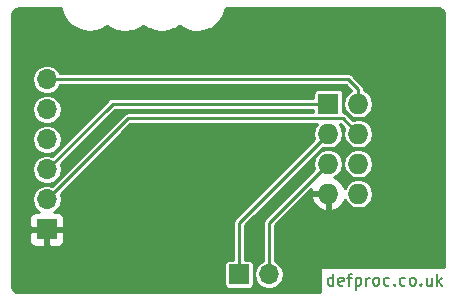
<source format=gbr>
G04 #@! TF.GenerationSoftware,KiCad,Pcbnew,5.0.2-bee76a0~70~ubuntu18.04.1*
G04 #@! TF.CreationDate,2019-08-02T17:52:02+01:00*
G04 #@! TF.ProjectId,UART_plain,55415254-5f70-46c6-9169-6e2e6b696361,rev?*
G04 #@! TF.SameCoordinates,Original*
G04 #@! TF.FileFunction,Copper,L1,Top*
G04 #@! TF.FilePolarity,Positive*
%FSLAX46Y46*%
G04 Gerber Fmt 4.6, Leading zero omitted, Abs format (unit mm)*
G04 Created by KiCad (PCBNEW 5.0.2-bee76a0~70~ubuntu18.04.1) date Fri 02 Aug 2019 17:52:02 BST*
%MOMM*%
%LPD*%
G01*
G04 APERTURE LIST*
G04 #@! TA.AperFunction,NonConductor*
%ADD10C,0.200000*%
G04 #@! TD*
G04 #@! TA.AperFunction,ComponentPad*
%ADD11R,1.727200X1.727200*%
G04 #@! TD*
G04 #@! TA.AperFunction,ComponentPad*
%ADD12O,1.727200X1.727200*%
G04 #@! TD*
G04 #@! TA.AperFunction,ComponentPad*
%ADD13R,1.700000X1.700000*%
G04 #@! TD*
G04 #@! TA.AperFunction,ComponentPad*
%ADD14O,1.700000X1.700000*%
G04 #@! TD*
G04 #@! TA.AperFunction,Conductor*
%ADD15C,0.250000*%
G04 #@! TD*
G04 #@! TA.AperFunction,Conductor*
%ADD16C,0.254000*%
G04 #@! TD*
G04 APERTURE END LIST*
D10*
X132642857Y-107452380D02*
X132642857Y-106452380D01*
X132642857Y-107404761D02*
X132547619Y-107452380D01*
X132357142Y-107452380D01*
X132261904Y-107404761D01*
X132214285Y-107357142D01*
X132166666Y-107261904D01*
X132166666Y-106976190D01*
X132214285Y-106880952D01*
X132261904Y-106833333D01*
X132357142Y-106785714D01*
X132547619Y-106785714D01*
X132642857Y-106833333D01*
X133500000Y-107404761D02*
X133404761Y-107452380D01*
X133214285Y-107452380D01*
X133119047Y-107404761D01*
X133071428Y-107309523D01*
X133071428Y-106928571D01*
X133119047Y-106833333D01*
X133214285Y-106785714D01*
X133404761Y-106785714D01*
X133500000Y-106833333D01*
X133547619Y-106928571D01*
X133547619Y-107023809D01*
X133071428Y-107119047D01*
X133833333Y-106785714D02*
X134214285Y-106785714D01*
X133976190Y-107452380D02*
X133976190Y-106595238D01*
X134023809Y-106500000D01*
X134119047Y-106452380D01*
X134214285Y-106452380D01*
X134547619Y-106785714D02*
X134547619Y-107785714D01*
X134547619Y-106833333D02*
X134642857Y-106785714D01*
X134833333Y-106785714D01*
X134928571Y-106833333D01*
X134976190Y-106880952D01*
X135023809Y-106976190D01*
X135023809Y-107261904D01*
X134976190Y-107357142D01*
X134928571Y-107404761D01*
X134833333Y-107452380D01*
X134642857Y-107452380D01*
X134547619Y-107404761D01*
X135452380Y-107452380D02*
X135452380Y-106785714D01*
X135452380Y-106976190D02*
X135500000Y-106880952D01*
X135547619Y-106833333D01*
X135642857Y-106785714D01*
X135738095Y-106785714D01*
X136214285Y-107452380D02*
X136119047Y-107404761D01*
X136071428Y-107357142D01*
X136023809Y-107261904D01*
X136023809Y-106976190D01*
X136071428Y-106880952D01*
X136119047Y-106833333D01*
X136214285Y-106785714D01*
X136357142Y-106785714D01*
X136452380Y-106833333D01*
X136500000Y-106880952D01*
X136547619Y-106976190D01*
X136547619Y-107261904D01*
X136500000Y-107357142D01*
X136452380Y-107404761D01*
X136357142Y-107452380D01*
X136214285Y-107452380D01*
X137404761Y-107404761D02*
X137309523Y-107452380D01*
X137119047Y-107452380D01*
X137023809Y-107404761D01*
X136976190Y-107357142D01*
X136928571Y-107261904D01*
X136928571Y-106976190D01*
X136976190Y-106880952D01*
X137023809Y-106833333D01*
X137119047Y-106785714D01*
X137309523Y-106785714D01*
X137404761Y-106833333D01*
X137833333Y-107357142D02*
X137880952Y-107404761D01*
X137833333Y-107452380D01*
X137785714Y-107404761D01*
X137833333Y-107357142D01*
X137833333Y-107452380D01*
X138738095Y-107404761D02*
X138642857Y-107452380D01*
X138452380Y-107452380D01*
X138357142Y-107404761D01*
X138309523Y-107357142D01*
X138261904Y-107261904D01*
X138261904Y-106976190D01*
X138309523Y-106880952D01*
X138357142Y-106833333D01*
X138452380Y-106785714D01*
X138642857Y-106785714D01*
X138738095Y-106833333D01*
X139309523Y-107452380D02*
X139214285Y-107404761D01*
X139166666Y-107357142D01*
X139119047Y-107261904D01*
X139119047Y-106976190D01*
X139166666Y-106880952D01*
X139214285Y-106833333D01*
X139309523Y-106785714D01*
X139452380Y-106785714D01*
X139547619Y-106833333D01*
X139595238Y-106880952D01*
X139642857Y-106976190D01*
X139642857Y-107261904D01*
X139595238Y-107357142D01*
X139547619Y-107404761D01*
X139452380Y-107452380D01*
X139309523Y-107452380D01*
X140071428Y-107357142D02*
X140119047Y-107404761D01*
X140071428Y-107452380D01*
X140023809Y-107404761D01*
X140071428Y-107357142D01*
X140071428Y-107452380D01*
X140976190Y-106785714D02*
X140976190Y-107452380D01*
X140547619Y-106785714D02*
X140547619Y-107309523D01*
X140595238Y-107404761D01*
X140690476Y-107452380D01*
X140833333Y-107452380D01*
X140928571Y-107404761D01*
X140976190Y-107357142D01*
X141452380Y-107452380D02*
X141452380Y-106452380D01*
X141547619Y-107071428D02*
X141833333Y-107452380D01*
X141833333Y-106785714D02*
X141452380Y-107166666D01*
D11*
G04 #@! TO.P,J2,1*
G04 #@! TO.N,VDD*
X132215001Y-92060001D03*
D12*
G04 #@! TO.P,J2,2*
G04 #@! TO.N,/RTS*
X134755001Y-92060001D03*
G04 #@! TO.P,J2,3*
G04 #@! TO.N,/RX2*
X132215001Y-94600001D03*
G04 #@! TO.P,J2,4*
G04 #@! TO.N,/CTS*
X134755001Y-94600001D03*
G04 #@! TO.P,J2,5*
G04 #@! TO.N,/TX2*
X132215001Y-97140001D03*
G04 #@! TO.P,J2,6*
G04 #@! TO.N,/TX*
X134755001Y-97140001D03*
G04 #@! TO.P,J2,7*
G04 #@! TO.N,GND*
X132215001Y-99680001D03*
G04 #@! TO.P,J2,8*
G04 #@! TO.N,/RX*
X134755001Y-99680001D03*
G04 #@! TD*
D13*
G04 #@! TO.P,J1,1*
G04 #@! TO.N,GND*
X108400000Y-102700000D03*
D14*
G04 #@! TO.P,J1,2*
G04 #@! TO.N,/CTS*
X108400000Y-100160000D03*
G04 #@! TO.P,J1,3*
G04 #@! TO.N,VDD*
X108400000Y-97620000D03*
G04 #@! TO.P,J1,4*
G04 #@! TO.N,/RX*
X108400000Y-95080000D03*
G04 #@! TO.P,J1,5*
G04 #@! TO.N,/TX*
X108400000Y-92540000D03*
G04 #@! TO.P,J1,6*
G04 #@! TO.N,/RTS*
X108400000Y-90000000D03*
G04 #@! TD*
D13*
G04 #@! TO.P,J3,1*
G04 #@! TO.N,/RX2*
X124660000Y-106500000D03*
D14*
G04 #@! TO.P,J3,2*
G04 #@! TO.N,/TX2*
X127200000Y-106500000D03*
G04 #@! TD*
D15*
G04 #@! TO.N,/CTS*
X133455000Y-93300000D02*
X115260000Y-93300000D01*
X134755001Y-94600001D02*
X133455000Y-93300000D01*
X115260000Y-93300000D02*
X109249999Y-99310001D01*
X109249999Y-99310001D02*
X108400000Y-100160000D01*
G04 #@! TO.N,VDD*
X132215001Y-92060001D02*
X113959999Y-92060001D01*
X113959999Y-92060001D02*
X108400000Y-97620000D01*
G04 #@! TO.N,/RTS*
X109602081Y-90000000D02*
X108400000Y-90000000D01*
X134755001Y-90838687D02*
X133916314Y-90000000D01*
X133916314Y-90000000D02*
X109602081Y-90000000D01*
X134755001Y-92060001D02*
X134755001Y-90838687D01*
G04 #@! TO.N,/RX2*
X124660000Y-102155002D02*
X124660000Y-106500000D01*
X132215001Y-94600001D02*
X124660000Y-102155002D01*
G04 #@! TO.N,/TX2*
X127200000Y-102155002D02*
X127200000Y-106500000D01*
X132215001Y-97140001D02*
X127200000Y-102155002D01*
G04 #@! TD*
D16*
G04 #@! TO.N,GND*
G36*
X109716264Y-84393348D02*
X109740339Y-84450411D01*
X109763680Y-84507678D01*
X109766522Y-84512470D01*
X110058792Y-84998409D01*
X110097888Y-85046388D01*
X110136390Y-85094835D01*
X110140463Y-85098637D01*
X110557371Y-85483012D01*
X110608329Y-85518067D01*
X110658914Y-85553784D01*
X110663890Y-85556290D01*
X111171923Y-85808204D01*
X111230727Y-85827566D01*
X111289248Y-85847631D01*
X111294727Y-85848639D01*
X111853042Y-85947840D01*
X111914867Y-85949918D01*
X111976719Y-85952754D01*
X111982260Y-85952183D01*
X112545978Y-85890695D01*
X112605918Y-85875333D01*
X112666059Y-85860700D01*
X112671215Y-85858598D01*
X112671220Y-85858597D01*
X112671225Y-85858594D01*
X113195020Y-85641365D01*
X113248212Y-85609813D01*
X113301859Y-85578872D01*
X113306220Y-85575406D01*
X113462691Y-85449487D01*
X113620216Y-85575740D01*
X113644462Y-85590258D01*
X113666289Y-85608202D01*
X113725576Y-85638967D01*
X114255310Y-85866287D01*
X114282989Y-85873924D01*
X114309250Y-85885520D01*
X114374625Y-85899208D01*
X114945977Y-85975697D01*
X114974689Y-85975609D01*
X115003101Y-85979716D01*
X115069750Y-85975319D01*
X115640624Y-85895342D01*
X115668251Y-85887537D01*
X115696723Y-85883852D01*
X115759734Y-85861693D01*
X116288071Y-85631145D01*
X116312584Y-85616197D01*
X116339015Y-85604991D01*
X116393746Y-85566704D01*
X116554942Y-85435353D01*
X116710675Y-85560169D01*
X116734921Y-85574687D01*
X116756748Y-85592631D01*
X116816035Y-85623396D01*
X117345769Y-85850716D01*
X117373448Y-85858353D01*
X117399709Y-85869949D01*
X117465084Y-85883637D01*
X118036436Y-85960126D01*
X118065148Y-85960038D01*
X118093560Y-85964145D01*
X118160209Y-85959748D01*
X118731083Y-85879771D01*
X118758710Y-85871966D01*
X118787182Y-85868281D01*
X118850193Y-85846122D01*
X119378530Y-85615574D01*
X119403043Y-85600626D01*
X119429474Y-85589420D01*
X119484205Y-85551133D01*
X119622752Y-85438238D01*
X119640778Y-85453434D01*
X119645521Y-85456356D01*
X120126500Y-85748578D01*
X120183414Y-85772890D01*
X120240023Y-85797894D01*
X120245396Y-85799367D01*
X120789059Y-85944849D01*
X120850523Y-85952212D01*
X120911861Y-85960321D01*
X120917431Y-85960227D01*
X121480074Y-85947273D01*
X121541105Y-85937094D01*
X121602283Y-85927657D01*
X121607603Y-85926003D01*
X122143993Y-85755654D01*
X122199704Y-85728760D01*
X122255784Y-85702527D01*
X122260426Y-85699447D01*
X122727445Y-85385399D01*
X122773352Y-85343964D01*
X122819832Y-85303031D01*
X122823423Y-85298771D01*
X123183528Y-84866269D01*
X123215983Y-84813579D01*
X123249084Y-84761281D01*
X123251334Y-84756185D01*
X123475577Y-84239997D01*
X123491936Y-84180324D01*
X123509030Y-84120832D01*
X123509760Y-84115308D01*
X123526682Y-83981000D01*
X141547373Y-83981000D01*
X141564073Y-83977678D01*
X141704761Y-84005663D01*
X141878349Y-84121651D01*
X141994337Y-84295239D01*
X142022322Y-84435928D01*
X142019000Y-84452628D01*
X142019001Y-105849000D01*
X131495191Y-105849000D01*
X131495191Y-108019000D01*
X105952627Y-108019000D01*
X105935927Y-108022322D01*
X105795239Y-107994337D01*
X105621651Y-107878349D01*
X105505663Y-107704761D01*
X105477678Y-107564073D01*
X105481000Y-107547373D01*
X105481000Y-102985750D01*
X106915000Y-102985750D01*
X106915000Y-103676310D01*
X107011673Y-103909699D01*
X107190302Y-104088327D01*
X107423691Y-104185000D01*
X108114250Y-104185000D01*
X108273000Y-104026250D01*
X108273000Y-102827000D01*
X108527000Y-102827000D01*
X108527000Y-104026250D01*
X108685750Y-104185000D01*
X109376309Y-104185000D01*
X109609698Y-104088327D01*
X109788327Y-103909699D01*
X109885000Y-103676310D01*
X109885000Y-102985750D01*
X109726250Y-102827000D01*
X108527000Y-102827000D01*
X108273000Y-102827000D01*
X107073750Y-102827000D01*
X106915000Y-102985750D01*
X105481000Y-102985750D01*
X105481000Y-101723690D01*
X106915000Y-101723690D01*
X106915000Y-102414250D01*
X107073750Y-102573000D01*
X108273000Y-102573000D01*
X108273000Y-102553000D01*
X108527000Y-102553000D01*
X108527000Y-102573000D01*
X109726250Y-102573000D01*
X109885000Y-102414250D01*
X109885000Y-101723690D01*
X109788327Y-101490301D01*
X109609698Y-101311673D01*
X109376309Y-101215000D01*
X109036821Y-101215000D01*
X109287501Y-101047501D01*
X109559576Y-100640312D01*
X109655116Y-100160000D01*
X109565603Y-99709989D01*
X109643033Y-99632559D01*
X109643035Y-99632556D01*
X115469592Y-93806000D01*
X131248669Y-93806000D01*
X131042614Y-94114382D01*
X130946018Y-94600001D01*
X131037832Y-95061578D01*
X124337448Y-101761963D01*
X124295194Y-101790196D01*
X124183359Y-101957572D01*
X124154514Y-102102582D01*
X124144087Y-102155002D01*
X124154000Y-102204836D01*
X124154001Y-105261536D01*
X123810000Y-105261536D01*
X123661341Y-105291106D01*
X123535314Y-105375314D01*
X123451106Y-105501341D01*
X123421536Y-105650000D01*
X123421536Y-107350000D01*
X123451106Y-107498659D01*
X123535314Y-107624686D01*
X123661341Y-107708894D01*
X123810000Y-107738464D01*
X125510000Y-107738464D01*
X125658659Y-107708894D01*
X125784686Y-107624686D01*
X125868894Y-107498659D01*
X125898464Y-107350000D01*
X125898464Y-106500000D01*
X125944884Y-106500000D01*
X126040424Y-106980312D01*
X126312499Y-107387501D01*
X126719688Y-107659576D01*
X127078761Y-107731000D01*
X127321239Y-107731000D01*
X127680312Y-107659576D01*
X128087501Y-107387501D01*
X128359576Y-106980312D01*
X128455116Y-106500000D01*
X128359576Y-106019688D01*
X128087501Y-105612499D01*
X127706000Y-105357588D01*
X127706000Y-102364593D01*
X130031566Y-100039027D01*
X130760043Y-100039027D01*
X130932313Y-100454948D01*
X131326511Y-100886822D01*
X131855974Y-101134969D01*
X132088001Y-101014470D01*
X132088001Y-99807001D01*
X130881184Y-99807001D01*
X130760043Y-100039027D01*
X130031566Y-100039027D01*
X130767413Y-99303180D01*
X130760043Y-99320975D01*
X130881184Y-99553001D01*
X132088001Y-99553001D01*
X132088001Y-99533001D01*
X132342001Y-99533001D01*
X132342001Y-99553001D01*
X132362001Y-99553001D01*
X132362001Y-99807001D01*
X132342001Y-99807001D01*
X132342001Y-101014470D01*
X132574028Y-101134969D01*
X133103491Y-100886822D01*
X133497689Y-100454948D01*
X133604166Y-100197875D01*
X133857695Y-100577307D01*
X134269382Y-100852388D01*
X134632420Y-100924601D01*
X134877582Y-100924601D01*
X135240620Y-100852388D01*
X135652307Y-100577307D01*
X135927388Y-100165620D01*
X136023984Y-99680001D01*
X135927388Y-99194382D01*
X135652307Y-98782695D01*
X135240620Y-98507614D01*
X134877582Y-98435401D01*
X134632420Y-98435401D01*
X134269382Y-98507614D01*
X133857695Y-98782695D01*
X133604166Y-99162127D01*
X133497689Y-98905054D01*
X133103491Y-98473180D01*
X132725271Y-98295917D01*
X133112307Y-98037307D01*
X133387388Y-97625620D01*
X133483984Y-97140001D01*
X133486018Y-97140001D01*
X133582614Y-97625620D01*
X133857695Y-98037307D01*
X134269382Y-98312388D01*
X134632420Y-98384601D01*
X134877582Y-98384601D01*
X135240620Y-98312388D01*
X135652307Y-98037307D01*
X135927388Y-97625620D01*
X136023984Y-97140001D01*
X135927388Y-96654382D01*
X135652307Y-96242695D01*
X135240620Y-95967614D01*
X134877582Y-95895401D01*
X134632420Y-95895401D01*
X134269382Y-95967614D01*
X133857695Y-96242695D01*
X133582614Y-96654382D01*
X133486018Y-97140001D01*
X133483984Y-97140001D01*
X133387388Y-96654382D01*
X133112307Y-96242695D01*
X132700620Y-95967614D01*
X132337582Y-95895401D01*
X132092420Y-95895401D01*
X131729382Y-95967614D01*
X131317695Y-96242695D01*
X131042614Y-96654382D01*
X130946018Y-97140001D01*
X131037832Y-97601578D01*
X126877448Y-101761963D01*
X126835194Y-101790196D01*
X126723359Y-101957572D01*
X126694514Y-102102582D01*
X126684087Y-102155002D01*
X126694000Y-102204836D01*
X126694001Y-105357588D01*
X126312499Y-105612499D01*
X126040424Y-106019688D01*
X125944884Y-106500000D01*
X125898464Y-106500000D01*
X125898464Y-105650000D01*
X125868894Y-105501341D01*
X125784686Y-105375314D01*
X125658659Y-105291106D01*
X125510000Y-105261536D01*
X125166000Y-105261536D01*
X125166000Y-102364593D01*
X131753424Y-95777170D01*
X132092420Y-95844601D01*
X132337582Y-95844601D01*
X132700620Y-95772388D01*
X133112307Y-95497307D01*
X133387388Y-95085620D01*
X133483984Y-94600001D01*
X133387388Y-94114382D01*
X133181333Y-93806000D01*
X133245409Y-93806000D01*
X133577832Y-94138423D01*
X133486018Y-94600001D01*
X133582614Y-95085620D01*
X133857695Y-95497307D01*
X134269382Y-95772388D01*
X134632420Y-95844601D01*
X134877582Y-95844601D01*
X135240620Y-95772388D01*
X135652307Y-95497307D01*
X135927388Y-95085620D01*
X136023984Y-94600001D01*
X135927388Y-94114382D01*
X135652307Y-93702695D01*
X135240620Y-93427614D01*
X134877582Y-93355401D01*
X134632420Y-93355401D01*
X134293423Y-93422832D01*
X133848038Y-92977447D01*
X133819806Y-92935194D01*
X133652431Y-92823359D01*
X133504835Y-92794000D01*
X133504834Y-92794000D01*
X133467065Y-92786487D01*
X133467065Y-91196401D01*
X133437495Y-91047742D01*
X133353287Y-90921715D01*
X133227260Y-90837507D01*
X133078601Y-90807937D01*
X131351401Y-90807937D01*
X131202742Y-90837507D01*
X131076715Y-90921715D01*
X130992507Y-91047742D01*
X130962937Y-91196401D01*
X130962937Y-91554001D01*
X114009833Y-91554001D01*
X113959999Y-91544088D01*
X113910165Y-91554001D01*
X113910164Y-91554001D01*
X113762568Y-91583360D01*
X113595193Y-91695195D01*
X113566962Y-91737446D01*
X108850012Y-96454397D01*
X108521239Y-96389000D01*
X108278761Y-96389000D01*
X107919688Y-96460424D01*
X107512499Y-96732499D01*
X107240424Y-97139688D01*
X107144884Y-97620000D01*
X107240424Y-98100312D01*
X107512499Y-98507501D01*
X107919688Y-98779576D01*
X108278761Y-98851000D01*
X108521239Y-98851000D01*
X108880312Y-98779576D01*
X109287501Y-98507501D01*
X109559576Y-98100312D01*
X109655116Y-97620000D01*
X109565603Y-97169988D01*
X114169591Y-92566001D01*
X130962937Y-92566001D01*
X130962937Y-92794000D01*
X115309834Y-92794000D01*
X115260000Y-92784087D01*
X115210166Y-92794000D01*
X115210165Y-92794000D01*
X115062569Y-92823359D01*
X114895194Y-92935194D01*
X114866963Y-92977445D01*
X108927444Y-98916965D01*
X108927441Y-98916967D01*
X108850011Y-98994397D01*
X108521239Y-98929000D01*
X108278761Y-98929000D01*
X107919688Y-99000424D01*
X107512499Y-99272499D01*
X107240424Y-99679688D01*
X107144884Y-100160000D01*
X107240424Y-100640312D01*
X107512499Y-101047501D01*
X107763179Y-101215000D01*
X107423691Y-101215000D01*
X107190302Y-101311673D01*
X107011673Y-101490301D01*
X106915000Y-101723690D01*
X105481000Y-101723690D01*
X105481000Y-95080000D01*
X107144884Y-95080000D01*
X107240424Y-95560312D01*
X107512499Y-95967501D01*
X107919688Y-96239576D01*
X108278761Y-96311000D01*
X108521239Y-96311000D01*
X108880312Y-96239576D01*
X109287501Y-95967501D01*
X109559576Y-95560312D01*
X109655116Y-95080000D01*
X109559576Y-94599688D01*
X109287501Y-94192499D01*
X108880312Y-93920424D01*
X108521239Y-93849000D01*
X108278761Y-93849000D01*
X107919688Y-93920424D01*
X107512499Y-94192499D01*
X107240424Y-94599688D01*
X107144884Y-95080000D01*
X105481000Y-95080000D01*
X105481000Y-92540000D01*
X107144884Y-92540000D01*
X107240424Y-93020312D01*
X107512499Y-93427501D01*
X107919688Y-93699576D01*
X108278761Y-93771000D01*
X108521239Y-93771000D01*
X108880312Y-93699576D01*
X109287501Y-93427501D01*
X109559576Y-93020312D01*
X109655116Y-92540000D01*
X109559576Y-92059688D01*
X109287501Y-91652499D01*
X108880312Y-91380424D01*
X108521239Y-91309000D01*
X108278761Y-91309000D01*
X107919688Y-91380424D01*
X107512499Y-91652499D01*
X107240424Y-92059688D01*
X107144884Y-92540000D01*
X105481000Y-92540000D01*
X105481000Y-90000000D01*
X107144884Y-90000000D01*
X107240424Y-90480312D01*
X107512499Y-90887501D01*
X107919688Y-91159576D01*
X108278761Y-91231000D01*
X108521239Y-91231000D01*
X108880312Y-91159576D01*
X109287501Y-90887501D01*
X109542412Y-90506000D01*
X133706723Y-90506000D01*
X134160853Y-90960131D01*
X133857695Y-91162695D01*
X133582614Y-91574382D01*
X133486018Y-92060001D01*
X133582614Y-92545620D01*
X133857695Y-92957307D01*
X134269382Y-93232388D01*
X134632420Y-93304601D01*
X134877582Y-93304601D01*
X135240620Y-93232388D01*
X135652307Y-92957307D01*
X135927388Y-92545620D01*
X136023984Y-92060001D01*
X135927388Y-91574382D01*
X135652307Y-91162695D01*
X135261001Y-90901232D01*
X135261001Y-90888522D01*
X135270914Y-90838687D01*
X135231642Y-90641256D01*
X135148036Y-90516129D01*
X135119807Y-90473881D01*
X135077559Y-90445652D01*
X134309352Y-89677447D01*
X134281120Y-89635194D01*
X134113745Y-89523359D01*
X133966149Y-89494000D01*
X133966148Y-89494000D01*
X133916314Y-89484087D01*
X133866480Y-89494000D01*
X109542412Y-89494000D01*
X109287501Y-89112499D01*
X108880312Y-88840424D01*
X108521239Y-88769000D01*
X108278761Y-88769000D01*
X107919688Y-88840424D01*
X107512499Y-89112499D01*
X107240424Y-89519688D01*
X107144884Y-90000000D01*
X105481000Y-90000000D01*
X105481000Y-84452627D01*
X105477678Y-84435927D01*
X105505663Y-84295239D01*
X105621651Y-84121651D01*
X105795239Y-84005663D01*
X106044911Y-83956000D01*
X109601324Y-83956000D01*
X109716264Y-84393348D01*
X109716264Y-84393348D01*
G37*
X109716264Y-84393348D02*
X109740339Y-84450411D01*
X109763680Y-84507678D01*
X109766522Y-84512470D01*
X110058792Y-84998409D01*
X110097888Y-85046388D01*
X110136390Y-85094835D01*
X110140463Y-85098637D01*
X110557371Y-85483012D01*
X110608329Y-85518067D01*
X110658914Y-85553784D01*
X110663890Y-85556290D01*
X111171923Y-85808204D01*
X111230727Y-85827566D01*
X111289248Y-85847631D01*
X111294727Y-85848639D01*
X111853042Y-85947840D01*
X111914867Y-85949918D01*
X111976719Y-85952754D01*
X111982260Y-85952183D01*
X112545978Y-85890695D01*
X112605918Y-85875333D01*
X112666059Y-85860700D01*
X112671215Y-85858598D01*
X112671220Y-85858597D01*
X112671225Y-85858594D01*
X113195020Y-85641365D01*
X113248212Y-85609813D01*
X113301859Y-85578872D01*
X113306220Y-85575406D01*
X113462691Y-85449487D01*
X113620216Y-85575740D01*
X113644462Y-85590258D01*
X113666289Y-85608202D01*
X113725576Y-85638967D01*
X114255310Y-85866287D01*
X114282989Y-85873924D01*
X114309250Y-85885520D01*
X114374625Y-85899208D01*
X114945977Y-85975697D01*
X114974689Y-85975609D01*
X115003101Y-85979716D01*
X115069750Y-85975319D01*
X115640624Y-85895342D01*
X115668251Y-85887537D01*
X115696723Y-85883852D01*
X115759734Y-85861693D01*
X116288071Y-85631145D01*
X116312584Y-85616197D01*
X116339015Y-85604991D01*
X116393746Y-85566704D01*
X116554942Y-85435353D01*
X116710675Y-85560169D01*
X116734921Y-85574687D01*
X116756748Y-85592631D01*
X116816035Y-85623396D01*
X117345769Y-85850716D01*
X117373448Y-85858353D01*
X117399709Y-85869949D01*
X117465084Y-85883637D01*
X118036436Y-85960126D01*
X118065148Y-85960038D01*
X118093560Y-85964145D01*
X118160209Y-85959748D01*
X118731083Y-85879771D01*
X118758710Y-85871966D01*
X118787182Y-85868281D01*
X118850193Y-85846122D01*
X119378530Y-85615574D01*
X119403043Y-85600626D01*
X119429474Y-85589420D01*
X119484205Y-85551133D01*
X119622752Y-85438238D01*
X119640778Y-85453434D01*
X119645521Y-85456356D01*
X120126500Y-85748578D01*
X120183414Y-85772890D01*
X120240023Y-85797894D01*
X120245396Y-85799367D01*
X120789059Y-85944849D01*
X120850523Y-85952212D01*
X120911861Y-85960321D01*
X120917431Y-85960227D01*
X121480074Y-85947273D01*
X121541105Y-85937094D01*
X121602283Y-85927657D01*
X121607603Y-85926003D01*
X122143993Y-85755654D01*
X122199704Y-85728760D01*
X122255784Y-85702527D01*
X122260426Y-85699447D01*
X122727445Y-85385399D01*
X122773352Y-85343964D01*
X122819832Y-85303031D01*
X122823423Y-85298771D01*
X123183528Y-84866269D01*
X123215983Y-84813579D01*
X123249084Y-84761281D01*
X123251334Y-84756185D01*
X123475577Y-84239997D01*
X123491936Y-84180324D01*
X123509030Y-84120832D01*
X123509760Y-84115308D01*
X123526682Y-83981000D01*
X141547373Y-83981000D01*
X141564073Y-83977678D01*
X141704761Y-84005663D01*
X141878349Y-84121651D01*
X141994337Y-84295239D01*
X142022322Y-84435928D01*
X142019000Y-84452628D01*
X142019001Y-105849000D01*
X131495191Y-105849000D01*
X131495191Y-108019000D01*
X105952627Y-108019000D01*
X105935927Y-108022322D01*
X105795239Y-107994337D01*
X105621651Y-107878349D01*
X105505663Y-107704761D01*
X105477678Y-107564073D01*
X105481000Y-107547373D01*
X105481000Y-102985750D01*
X106915000Y-102985750D01*
X106915000Y-103676310D01*
X107011673Y-103909699D01*
X107190302Y-104088327D01*
X107423691Y-104185000D01*
X108114250Y-104185000D01*
X108273000Y-104026250D01*
X108273000Y-102827000D01*
X108527000Y-102827000D01*
X108527000Y-104026250D01*
X108685750Y-104185000D01*
X109376309Y-104185000D01*
X109609698Y-104088327D01*
X109788327Y-103909699D01*
X109885000Y-103676310D01*
X109885000Y-102985750D01*
X109726250Y-102827000D01*
X108527000Y-102827000D01*
X108273000Y-102827000D01*
X107073750Y-102827000D01*
X106915000Y-102985750D01*
X105481000Y-102985750D01*
X105481000Y-101723690D01*
X106915000Y-101723690D01*
X106915000Y-102414250D01*
X107073750Y-102573000D01*
X108273000Y-102573000D01*
X108273000Y-102553000D01*
X108527000Y-102553000D01*
X108527000Y-102573000D01*
X109726250Y-102573000D01*
X109885000Y-102414250D01*
X109885000Y-101723690D01*
X109788327Y-101490301D01*
X109609698Y-101311673D01*
X109376309Y-101215000D01*
X109036821Y-101215000D01*
X109287501Y-101047501D01*
X109559576Y-100640312D01*
X109655116Y-100160000D01*
X109565603Y-99709989D01*
X109643033Y-99632559D01*
X109643035Y-99632556D01*
X115469592Y-93806000D01*
X131248669Y-93806000D01*
X131042614Y-94114382D01*
X130946018Y-94600001D01*
X131037832Y-95061578D01*
X124337448Y-101761963D01*
X124295194Y-101790196D01*
X124183359Y-101957572D01*
X124154514Y-102102582D01*
X124144087Y-102155002D01*
X124154000Y-102204836D01*
X124154001Y-105261536D01*
X123810000Y-105261536D01*
X123661341Y-105291106D01*
X123535314Y-105375314D01*
X123451106Y-105501341D01*
X123421536Y-105650000D01*
X123421536Y-107350000D01*
X123451106Y-107498659D01*
X123535314Y-107624686D01*
X123661341Y-107708894D01*
X123810000Y-107738464D01*
X125510000Y-107738464D01*
X125658659Y-107708894D01*
X125784686Y-107624686D01*
X125868894Y-107498659D01*
X125898464Y-107350000D01*
X125898464Y-106500000D01*
X125944884Y-106500000D01*
X126040424Y-106980312D01*
X126312499Y-107387501D01*
X126719688Y-107659576D01*
X127078761Y-107731000D01*
X127321239Y-107731000D01*
X127680312Y-107659576D01*
X128087501Y-107387501D01*
X128359576Y-106980312D01*
X128455116Y-106500000D01*
X128359576Y-106019688D01*
X128087501Y-105612499D01*
X127706000Y-105357588D01*
X127706000Y-102364593D01*
X130031566Y-100039027D01*
X130760043Y-100039027D01*
X130932313Y-100454948D01*
X131326511Y-100886822D01*
X131855974Y-101134969D01*
X132088001Y-101014470D01*
X132088001Y-99807001D01*
X130881184Y-99807001D01*
X130760043Y-100039027D01*
X130031566Y-100039027D01*
X130767413Y-99303180D01*
X130760043Y-99320975D01*
X130881184Y-99553001D01*
X132088001Y-99553001D01*
X132088001Y-99533001D01*
X132342001Y-99533001D01*
X132342001Y-99553001D01*
X132362001Y-99553001D01*
X132362001Y-99807001D01*
X132342001Y-99807001D01*
X132342001Y-101014470D01*
X132574028Y-101134969D01*
X133103491Y-100886822D01*
X133497689Y-100454948D01*
X133604166Y-100197875D01*
X133857695Y-100577307D01*
X134269382Y-100852388D01*
X134632420Y-100924601D01*
X134877582Y-100924601D01*
X135240620Y-100852388D01*
X135652307Y-100577307D01*
X135927388Y-100165620D01*
X136023984Y-99680001D01*
X135927388Y-99194382D01*
X135652307Y-98782695D01*
X135240620Y-98507614D01*
X134877582Y-98435401D01*
X134632420Y-98435401D01*
X134269382Y-98507614D01*
X133857695Y-98782695D01*
X133604166Y-99162127D01*
X133497689Y-98905054D01*
X133103491Y-98473180D01*
X132725271Y-98295917D01*
X133112307Y-98037307D01*
X133387388Y-97625620D01*
X133483984Y-97140001D01*
X133486018Y-97140001D01*
X133582614Y-97625620D01*
X133857695Y-98037307D01*
X134269382Y-98312388D01*
X134632420Y-98384601D01*
X134877582Y-98384601D01*
X135240620Y-98312388D01*
X135652307Y-98037307D01*
X135927388Y-97625620D01*
X136023984Y-97140001D01*
X135927388Y-96654382D01*
X135652307Y-96242695D01*
X135240620Y-95967614D01*
X134877582Y-95895401D01*
X134632420Y-95895401D01*
X134269382Y-95967614D01*
X133857695Y-96242695D01*
X133582614Y-96654382D01*
X133486018Y-97140001D01*
X133483984Y-97140001D01*
X133387388Y-96654382D01*
X133112307Y-96242695D01*
X132700620Y-95967614D01*
X132337582Y-95895401D01*
X132092420Y-95895401D01*
X131729382Y-95967614D01*
X131317695Y-96242695D01*
X131042614Y-96654382D01*
X130946018Y-97140001D01*
X131037832Y-97601578D01*
X126877448Y-101761963D01*
X126835194Y-101790196D01*
X126723359Y-101957572D01*
X126694514Y-102102582D01*
X126684087Y-102155002D01*
X126694000Y-102204836D01*
X126694001Y-105357588D01*
X126312499Y-105612499D01*
X126040424Y-106019688D01*
X125944884Y-106500000D01*
X125898464Y-106500000D01*
X125898464Y-105650000D01*
X125868894Y-105501341D01*
X125784686Y-105375314D01*
X125658659Y-105291106D01*
X125510000Y-105261536D01*
X125166000Y-105261536D01*
X125166000Y-102364593D01*
X131753424Y-95777170D01*
X132092420Y-95844601D01*
X132337582Y-95844601D01*
X132700620Y-95772388D01*
X133112307Y-95497307D01*
X133387388Y-95085620D01*
X133483984Y-94600001D01*
X133387388Y-94114382D01*
X133181333Y-93806000D01*
X133245409Y-93806000D01*
X133577832Y-94138423D01*
X133486018Y-94600001D01*
X133582614Y-95085620D01*
X133857695Y-95497307D01*
X134269382Y-95772388D01*
X134632420Y-95844601D01*
X134877582Y-95844601D01*
X135240620Y-95772388D01*
X135652307Y-95497307D01*
X135927388Y-95085620D01*
X136023984Y-94600001D01*
X135927388Y-94114382D01*
X135652307Y-93702695D01*
X135240620Y-93427614D01*
X134877582Y-93355401D01*
X134632420Y-93355401D01*
X134293423Y-93422832D01*
X133848038Y-92977447D01*
X133819806Y-92935194D01*
X133652431Y-92823359D01*
X133504835Y-92794000D01*
X133504834Y-92794000D01*
X133467065Y-92786487D01*
X133467065Y-91196401D01*
X133437495Y-91047742D01*
X133353287Y-90921715D01*
X133227260Y-90837507D01*
X133078601Y-90807937D01*
X131351401Y-90807937D01*
X131202742Y-90837507D01*
X131076715Y-90921715D01*
X130992507Y-91047742D01*
X130962937Y-91196401D01*
X130962937Y-91554001D01*
X114009833Y-91554001D01*
X113959999Y-91544088D01*
X113910165Y-91554001D01*
X113910164Y-91554001D01*
X113762568Y-91583360D01*
X113595193Y-91695195D01*
X113566962Y-91737446D01*
X108850012Y-96454397D01*
X108521239Y-96389000D01*
X108278761Y-96389000D01*
X107919688Y-96460424D01*
X107512499Y-96732499D01*
X107240424Y-97139688D01*
X107144884Y-97620000D01*
X107240424Y-98100312D01*
X107512499Y-98507501D01*
X107919688Y-98779576D01*
X108278761Y-98851000D01*
X108521239Y-98851000D01*
X108880312Y-98779576D01*
X109287501Y-98507501D01*
X109559576Y-98100312D01*
X109655116Y-97620000D01*
X109565603Y-97169988D01*
X114169591Y-92566001D01*
X130962937Y-92566001D01*
X130962937Y-92794000D01*
X115309834Y-92794000D01*
X115260000Y-92784087D01*
X115210166Y-92794000D01*
X115210165Y-92794000D01*
X115062569Y-92823359D01*
X114895194Y-92935194D01*
X114866963Y-92977445D01*
X108927444Y-98916965D01*
X108927441Y-98916967D01*
X108850011Y-98994397D01*
X108521239Y-98929000D01*
X108278761Y-98929000D01*
X107919688Y-99000424D01*
X107512499Y-99272499D01*
X107240424Y-99679688D01*
X107144884Y-100160000D01*
X107240424Y-100640312D01*
X107512499Y-101047501D01*
X107763179Y-101215000D01*
X107423691Y-101215000D01*
X107190302Y-101311673D01*
X107011673Y-101490301D01*
X106915000Y-101723690D01*
X105481000Y-101723690D01*
X105481000Y-95080000D01*
X107144884Y-95080000D01*
X107240424Y-95560312D01*
X107512499Y-95967501D01*
X107919688Y-96239576D01*
X108278761Y-96311000D01*
X108521239Y-96311000D01*
X108880312Y-96239576D01*
X109287501Y-95967501D01*
X109559576Y-95560312D01*
X109655116Y-95080000D01*
X109559576Y-94599688D01*
X109287501Y-94192499D01*
X108880312Y-93920424D01*
X108521239Y-93849000D01*
X108278761Y-93849000D01*
X107919688Y-93920424D01*
X107512499Y-94192499D01*
X107240424Y-94599688D01*
X107144884Y-95080000D01*
X105481000Y-95080000D01*
X105481000Y-92540000D01*
X107144884Y-92540000D01*
X107240424Y-93020312D01*
X107512499Y-93427501D01*
X107919688Y-93699576D01*
X108278761Y-93771000D01*
X108521239Y-93771000D01*
X108880312Y-93699576D01*
X109287501Y-93427501D01*
X109559576Y-93020312D01*
X109655116Y-92540000D01*
X109559576Y-92059688D01*
X109287501Y-91652499D01*
X108880312Y-91380424D01*
X108521239Y-91309000D01*
X108278761Y-91309000D01*
X107919688Y-91380424D01*
X107512499Y-91652499D01*
X107240424Y-92059688D01*
X107144884Y-92540000D01*
X105481000Y-92540000D01*
X105481000Y-90000000D01*
X107144884Y-90000000D01*
X107240424Y-90480312D01*
X107512499Y-90887501D01*
X107919688Y-91159576D01*
X108278761Y-91231000D01*
X108521239Y-91231000D01*
X108880312Y-91159576D01*
X109287501Y-90887501D01*
X109542412Y-90506000D01*
X133706723Y-90506000D01*
X134160853Y-90960131D01*
X133857695Y-91162695D01*
X133582614Y-91574382D01*
X133486018Y-92060001D01*
X133582614Y-92545620D01*
X133857695Y-92957307D01*
X134269382Y-93232388D01*
X134632420Y-93304601D01*
X134877582Y-93304601D01*
X135240620Y-93232388D01*
X135652307Y-92957307D01*
X135927388Y-92545620D01*
X136023984Y-92060001D01*
X135927388Y-91574382D01*
X135652307Y-91162695D01*
X135261001Y-90901232D01*
X135261001Y-90888522D01*
X135270914Y-90838687D01*
X135231642Y-90641256D01*
X135148036Y-90516129D01*
X135119807Y-90473881D01*
X135077559Y-90445652D01*
X134309352Y-89677447D01*
X134281120Y-89635194D01*
X134113745Y-89523359D01*
X133966149Y-89494000D01*
X133966148Y-89494000D01*
X133916314Y-89484087D01*
X133866480Y-89494000D01*
X109542412Y-89494000D01*
X109287501Y-89112499D01*
X108880312Y-88840424D01*
X108521239Y-88769000D01*
X108278761Y-88769000D01*
X107919688Y-88840424D01*
X107512499Y-89112499D01*
X107240424Y-89519688D01*
X107144884Y-90000000D01*
X105481000Y-90000000D01*
X105481000Y-84452627D01*
X105477678Y-84435927D01*
X105505663Y-84295239D01*
X105621651Y-84121651D01*
X105795239Y-84005663D01*
X106044911Y-83956000D01*
X109601324Y-83956000D01*
X109716264Y-84393348D01*
G04 #@! TD*
M02*

</source>
